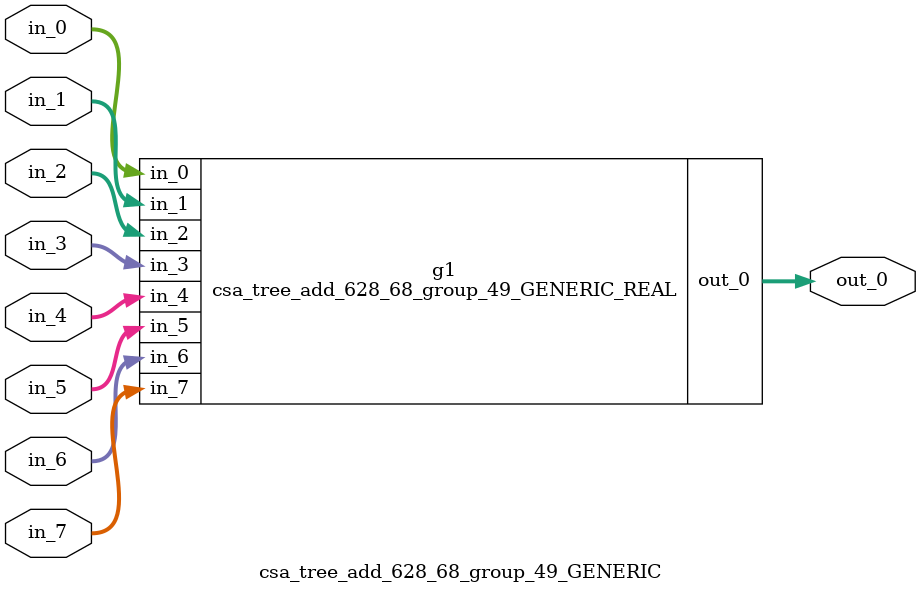
<source format=v>
module csa_tree_add_628_68_group_49_GENERIC_REAL(in_0, in_1, in_2,
     in_3, in_4, in_5, in_6, in_7, out_0);
// synthesis_equation "assign out_0 = ( ( ( ( ( ( ( in_6 + in_7 )  + in_5 )  + in_4 )  + in_3 )  + in_2 )  + in_1 )  + in_0 )  ;"
  input [4:0] in_0, in_1, in_2, in_3, in_4, in_5, in_6, in_7;
  output [7:0] out_0;
  wire [4:0] in_0, in_1, in_2, in_3, in_4, in_5, in_6, in_7;
  wire [7:0] out_0;
  wire n_50, n_51, n_52, n_53, n_54, n_55, n_56, n_58;
  wire n_59, n_60, n_61, n_62, n_63, n_64, n_65, n_66;
  wire n_67, n_68, n_69, n_70, n_71, n_72, n_73, n_74;
  wire n_75, n_76, n_77, n_78, n_79, n_80, n_81, n_82;
  wire n_83, n_84, n_85, n_86, n_87, n_88, n_89, n_90;
  wire n_91, n_92, n_93, n_94, n_95, n_96, n_97, n_98;
  wire n_99, n_100, n_101, n_102, n_103, n_104, n_105, n_106;
  wire n_107, n_108, n_109, n_110, n_111, n_112, n_113, n_114;
  wire n_115, n_116, n_117, n_118, n_119, n_120, n_121, n_122;
  wire n_123, n_124, n_125, n_126, n_127, n_128, n_129, n_130;
  wire n_131, n_132, n_133, n_134, n_135, n_136, n_137, n_138;
  wire n_139, n_140, n_141, n_142, n_143, n_144, n_145, n_146;
  wire n_147, n_148, n_149, n_150, n_151, n_152, n_153, n_154;
  wire n_155, n_156, n_157, n_158, n_159, n_160, n_161, n_162;
  wire n_163, n_164, n_165, n_166, n_167, n_168, n_169, n_170;
  wire n_171, n_172, n_173, n_174, n_175, n_176, n_177, n_178;
  wire n_179, n_180, n_181, n_182, n_183, n_184, n_185, n_186;
  wire n_187, n_188, n_189, n_190, n_191, n_192, n_193, n_194;
  wire n_195, n_196, n_197, n_198, n_199, n_200, n_201, n_202;
  wire n_203, n_204, n_205, n_206, n_207, n_208, n_209, n_210;
  wire n_211, n_212, n_213, n_214, n_215, n_216, n_217, n_218;
  wire n_219, n_220, n_221, n_222, n_223, n_224, n_225, n_226;
  wire n_227, n_228, n_229, n_230, n_231, n_232, n_233, n_234;
  wire n_235, n_236, n_237, n_238, n_239, n_240;
  xor g1 (n_65, in_0[0], in_7[0]);
  and g29 (n_66, in_0[0], in_7[0]);
  xor g30 (n_107, in_6[0], in_1[0]);
  xor g2 (n_64, n_107, in_5[0]);
  nand g31 (n_108, in_6[0], in_1[0]);
  nand g32 (n_109, in_5[0], in_1[0]);
  nand g33 (n_110, in_6[0], in_5[0]);
  nand g34 (n_68, n_108, n_109, n_110);
  xor g35 (n_111, in_4[0], in_3[0]);
  xor g36 (n_56, n_111, in_2[0]);
  nand g3 (n_112, in_4[0], in_3[0]);
  nand g37 (n_113, in_2[0], in_3[0]);
  nand g38 (n_114, in_4[0], in_2[0]);
  nand g39 (n_69, n_112, n_113, n_114);
  xor g40 (n_67, in_0[1], in_1[1]);
  and g41 (n_72, in_0[1], in_1[1]);
  xor g42 (n_115, in_3[1], in_7[1]);
  xor g43 (n_70, n_115, in_4[1]);
  nand g44 (n_116, in_3[1], in_7[1]);
  nand g4 (n_117, in_4[1], in_7[1]);
  nand g5 (n_118, in_3[1], in_4[1]);
  nand g45 (n_75, n_116, n_117, n_118);
  xor g46 (n_119, in_2[1], in_5[1]);
  xor g47 (n_71, n_119, in_6[1]);
  nand g48 (n_120, in_2[1], in_5[1]);
  nand g49 (n_121, in_6[1], in_5[1]);
  nand g50 (n_122, in_2[1], in_6[1]);
  nand g6 (n_74, n_120, n_121, n_122);
  xor g51 (n_123, n_66, n_67);
  xor g52 (n_55, n_123, n_68);
  nand g53 (n_124, n_66, n_67);
  nand g54 (n_125, n_68, n_67);
  nand g55 (n_126, n_66, n_68);
  nand g56 (n_79, n_124, n_125, n_126);
  xor g57 (n_127, n_69, n_70);
  xor g58 (n_63, n_127, n_71);
  nand g59 (n_128, n_69, n_70);
  nand g60 (n_129, n_71, n_70);
  nand g61 (n_130, n_69, n_71);
  nand g62 (n_80, n_128, n_129, n_130);
  xor g63 (n_73, in_0[2], in_1[2]);
  and g64 (n_81, in_0[2], in_1[2]);
  xor g65 (n_131, in_3[2], in_7[2]);
  xor g66 (n_76, n_131, in_4[2]);
  nand g67 (n_132, in_3[2], in_7[2]);
  nand g68 (n_133, in_4[2], in_7[2]);
  nand g69 (n_134, in_3[2], in_4[2]);
  nand g70 (n_82, n_132, n_133, n_134);
  xor g71 (n_135, in_2[2], in_5[2]);
  xor g72 (n_77, n_135, in_6[2]);
  nand g73 (n_136, in_2[2], in_5[2]);
  nand g74 (n_137, in_6[2], in_5[2]);
  nand g75 (n_138, in_2[2], in_6[2]);
  nand g76 (n_83, n_136, n_137, n_138);
  xor g77 (n_139, n_72, n_73);
  xor g78 (n_78, n_139, n_74);
  nand g79 (n_140, n_72, n_73);
  nand g80 (n_141, n_74, n_73);
  nand g81 (n_142, n_72, n_74);
  nand g82 (n_87, n_140, n_141, n_142);
  xor g83 (n_143, n_75, n_76);
  xor g84 (n_54, n_143, n_77);
  nand g85 (n_144, n_75, n_76);
  nand g86 (n_145, n_77, n_76);
  nand g87 (n_146, n_75, n_77);
  nand g88 (n_88, n_144, n_145, n_146);
  xor g89 (n_147, n_78, n_79);
  xor g90 (n_62, n_147, n_80);
  nand g91 (n_148, n_78, n_79);
  nand g92 (n_149, n_80, n_79);
  nand g93 (n_150, n_78, n_80);
  nand g94 (n_53, n_148, n_149, n_150);
  xor g95 (n_151, in_0[3], in_1[3]);
  xor g96 (n_84, n_151, in_3[3]);
  nand g97 (n_152, in_0[3], in_1[3]);
  nand g98 (n_153, in_3[3], in_1[3]);
  nand g99 (n_154, in_0[3], in_3[3]);
  nand g100 (n_91, n_152, n_153, n_154);
  xor g101 (n_155, in_7[3], in_4[3]);
  xor g102 (n_85, n_155, in_2[3]);
  nand g103 (n_156, in_7[3], in_4[3]);
  nand g104 (n_157, in_2[3], in_4[3]);
  nand g105 (n_158, in_7[3], in_2[3]);
  nand g106 (n_92, n_156, n_157, n_158);
  xor g107 (n_159, in_5[3], in_6[3]);
  xor g108 (n_86, n_159, n_81);
  nand g109 (n_160, in_5[3], in_6[3]);
  nand g110 (n_161, n_81, in_6[3]);
  nand g111 (n_162, in_5[3], n_81);
  nand g112 (n_95, n_160, n_161, n_162);
  xor g113 (n_163, n_82, n_83);
  xor g114 (n_89, n_163, n_84);
  nand g115 (n_164, n_82, n_83);
  nand g116 (n_165, n_84, n_83);
  nand g117 (n_166, n_82, n_84);
  nand g118 (n_97, n_164, n_165, n_166);
  xor g119 (n_167, n_85, n_86);
  xor g120 (n_90, n_167, n_87);
  nand g121 (n_168, n_85, n_86);
  nand g122 (n_169, n_87, n_86);
  nand g123 (n_170, n_85, n_87);
  nand g124 (n_99, n_168, n_169, n_170);
  xor g125 (n_171, n_88, n_89);
  xor g126 (n_61, n_171, n_90);
  nand g127 (n_172, n_88, n_89);
  nand g128 (n_173, n_90, n_89);
  nand g129 (n_174, n_88, n_90);
  nand g130 (n_52, n_172, n_173, n_174);
  xor g131 (n_175, in_0[4], in_1[4]);
  xor g132 (n_93, n_175, in_3[4]);
  nand g133 (n_176, in_0[4], in_1[4]);
  nand g134 (n_177, in_3[4], in_1[4]);
  nand g135 (n_178, in_0[4], in_3[4]);
  nand g136 (n_101, n_176, n_177, n_178);
  xor g137 (n_179, in_7[4], in_4[4]);
  xor g138 (n_94, n_179, in_2[4]);
  nand g139 (n_180, in_7[4], in_4[4]);
  nand g140 (n_181, in_2[4], in_4[4]);
  nand g141 (n_182, in_7[4], in_2[4]);
  nand g142 (n_102, n_180, n_181, n_182);
  xor g143 (n_183, in_5[4], in_6[4]);
  xor g144 (n_96, n_183, n_91);
  nand g145 (n_184, in_5[4], in_6[4]);
  nand g146 (n_185, n_91, in_6[4]);
  nand g147 (n_186, in_5[4], n_91);
  nand g148 (n_103, n_184, n_185, n_186);
  xor g149 (n_187, n_92, n_93);
  xor g150 (n_98, n_187, n_94);
  nand g151 (n_188, n_92, n_93);
  nand g152 (n_189, n_94, n_93);
  nand g153 (n_190, n_92, n_94);
  nand g154 (n_104, n_188, n_189, n_190);
  xor g155 (n_191, n_95, n_96);
  xor g156 (n_100, n_191, n_97);
  nand g157 (n_192, n_95, n_96);
  nand g158 (n_193, n_97, n_96);
  nand g159 (n_194, n_95, n_97);
  nand g160 (n_106, n_192, n_193, n_194);
  xor g161 (n_195, n_98, n_99);
  xor g162 (n_60, n_195, n_100);
  nand g163 (n_196, n_98, n_99);
  nand g164 (n_197, n_100, n_99);
  nand g165 (n_198, n_98, n_100);
  nand g166 (n_51, n_196, n_197, n_198);
  xor g167 (n_199, n_101, n_102);
  xor g168 (n_105, n_199, n_103);
  nand g169 (n_200, n_101, n_102);
  nand g170 (n_201, n_103, n_102);
  nand g171 (n_202, n_101, n_103);
  nand g172 (n_50, n_200, n_201, n_202);
  xor g173 (n_203, n_104, n_105);
  xor g174 (n_59, n_203, n_106);
  nand g175 (n_204, n_104, n_105);
  nand g176 (n_205, n_106, n_105);
  nand g177 (n_206, n_104, n_106);
  nand g178 (n_58, n_204, n_205, n_206);
  nand g179 (n_207, n_56, n_64);
  nand g180 (n_208, n_56, n_65);
  nand g181 (n_209, n_64, n_65);
  nand g182 (n_211, n_207, n_208, n_209);
  xor g183 (n_210, n_56, n_64);
  xor g184 (out_0[0], n_65, n_210);
  nand g7 (n_212, n_55, n_63);
  nand g8 (n_213, n_55, n_211);
  nand g9 (n_214, n_63, n_211);
  nand g10 (n_216, n_212, n_213, n_214);
  xor g11 (n_215, n_55, n_63);
  xor g12 (out_0[1], n_211, n_215);
  nand g13 (n_217, n_54, n_62);
  nand g14 (n_218, n_54, n_216);
  nand g15 (n_219, n_62, n_216);
  nand g16 (n_221, n_217, n_218, n_219);
  xor g17 (n_220, n_54, n_62);
  xor g18 (out_0[2], n_216, n_220);
  nand g19 (n_222, n_53, n_61);
  nand g20 (n_223, n_53, n_221);
  nand g21 (n_224, n_61, n_221);
  nand g22 (n_226, n_222, n_223, n_224);
  xor g23 (n_225, n_53, n_61);
  xor g24 (out_0[3], n_221, n_225);
  nand g25 (n_227, n_52, n_60);
  nand g26 (n_228, n_52, n_226);
  nand g27 (n_229, n_60, n_226);
  nand g28 (n_231, n_227, n_228, n_229);
  xor g185 (n_230, n_52, n_60);
  xor g186 (out_0[4], n_226, n_230);
  nand g187 (n_232, n_51, n_59);
  nand g188 (n_233, n_51, n_231);
  nand g189 (n_234, n_59, n_231);
  nand g190 (n_236, n_232, n_233, n_234);
  xor g191 (n_235, n_51, n_59);
  xor g192 (out_0[5], n_231, n_235);
  nand g193 (n_237, n_50, n_58);
  nand g194 (n_238, n_50, n_236);
  nand g195 (n_239, n_58, n_236);
  nand g196 (out_0[7], n_237, n_238, n_239);
  xor g197 (n_240, n_50, n_58);
  xor g198 (out_0[6], n_236, n_240);
endmodule

module csa_tree_add_628_68_group_49_GENERIC(in_0, in_1, in_2, in_3,
     in_4, in_5, in_6, in_7, out_0);
  input [4:0] in_0, in_1, in_2, in_3, in_4, in_5, in_6, in_7;
  output [7:0] out_0;
  wire [4:0] in_0, in_1, in_2, in_3, in_4, in_5, in_6, in_7;
  wire [7:0] out_0;
  csa_tree_add_628_68_group_49_GENERIC_REAL g1(.in_0 (in_0), .in_1
       (in_1), .in_2 (in_2), .in_3 (in_3), .in_4 (in_4), .in_5 (in_5),
       .in_6 (in_6), .in_7 (in_7), .out_0 (out_0));
endmodule


</source>
